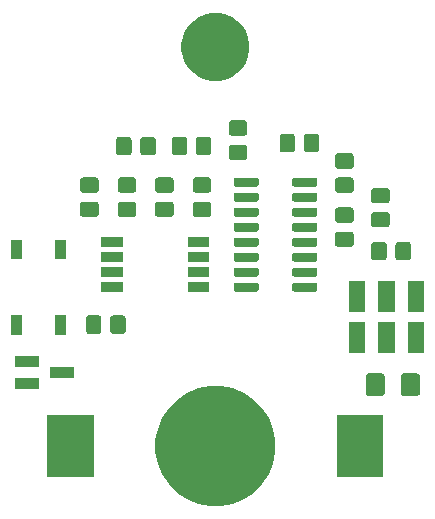
<source format=gbs>
G04 #@! TF.GenerationSoftware,KiCad,Pcbnew,(5.1.4)-1*
G04 #@! TF.CreationDate,2019-10-31T11:45:24-07:00*
G04 #@! TF.ProjectId,ruddblink,72756464-626c-4696-9e6b-2e6b69636164,A*
G04 #@! TF.SameCoordinates,Original*
G04 #@! TF.FileFunction,Soldermask,Bot*
G04 #@! TF.FilePolarity,Negative*
%FSLAX46Y46*%
G04 Gerber Fmt 4.6, Leading zero omitted, Abs format (unit mm)*
G04 Created by KiCad (PCBNEW (5.1.4)-1) date 2019-10-31 11:45:24*
%MOMM*%
%LPD*%
G04 APERTURE LIST*
%ADD10C,0.100000*%
G04 APERTURE END LIST*
D10*
G36*
X143720673Y-119070875D02*
G01*
X144644483Y-119453530D01*
X145475889Y-120009058D01*
X146182942Y-120716111D01*
X146738470Y-121547517D01*
X147121125Y-122471327D01*
X147316200Y-123452038D01*
X147316200Y-124451962D01*
X147121125Y-125432673D01*
X146738470Y-126356483D01*
X146182942Y-127187889D01*
X145475889Y-127894942D01*
X144644483Y-128450470D01*
X143720673Y-128833125D01*
X142739962Y-129028200D01*
X141740038Y-129028200D01*
X140759327Y-128833125D01*
X139835517Y-128450470D01*
X139004111Y-127894942D01*
X138297058Y-127187889D01*
X137741530Y-126356483D01*
X137358875Y-125432673D01*
X137163800Y-124451962D01*
X137163800Y-123452038D01*
X137358875Y-122471327D01*
X137741530Y-121547517D01*
X138297058Y-120716111D01*
X139004111Y-120009058D01*
X139835517Y-119453530D01*
X140759327Y-119070875D01*
X141740038Y-118875800D01*
X142739962Y-118875800D01*
X143720673Y-119070875D01*
X143720673Y-119070875D01*
G37*
G36*
X156464000Y-126568200D02*
G01*
X152501600Y-126568200D01*
X152501600Y-121335800D01*
X156464000Y-121335800D01*
X156464000Y-126568200D01*
X156464000Y-126568200D01*
G37*
G36*
X131978400Y-126568200D02*
G01*
X128016000Y-126568200D01*
X128016000Y-121335800D01*
X131978400Y-121335800D01*
X131978400Y-126568200D01*
X131978400Y-126568200D01*
G37*
G36*
X156367442Y-117798724D02*
G01*
X156413129Y-117812583D01*
X156455227Y-117835085D01*
X156492130Y-117865370D01*
X156522415Y-117902273D01*
X156544917Y-117944371D01*
X156558776Y-117990058D01*
X156563700Y-118040054D01*
X156563700Y-119449946D01*
X156558776Y-119499942D01*
X156544917Y-119545629D01*
X156522415Y-119587727D01*
X156492130Y-119624630D01*
X156455227Y-119654915D01*
X156413129Y-119677417D01*
X156367442Y-119691276D01*
X156317446Y-119696200D01*
X155232554Y-119696200D01*
X155182558Y-119691276D01*
X155136871Y-119677417D01*
X155094773Y-119654915D01*
X155057870Y-119624630D01*
X155027585Y-119587727D01*
X155005083Y-119545629D01*
X154991224Y-119499942D01*
X154986300Y-119449946D01*
X154986300Y-118040054D01*
X154991224Y-117990058D01*
X155005083Y-117944371D01*
X155027585Y-117902273D01*
X155057870Y-117865370D01*
X155094773Y-117835085D01*
X155136871Y-117812583D01*
X155182558Y-117798724D01*
X155232554Y-117793800D01*
X156317446Y-117793800D01*
X156367442Y-117798724D01*
X156367442Y-117798724D01*
G37*
G36*
X159342442Y-117798724D02*
G01*
X159388129Y-117812583D01*
X159430227Y-117835085D01*
X159467130Y-117865370D01*
X159497415Y-117902273D01*
X159519917Y-117944371D01*
X159533776Y-117990058D01*
X159538700Y-118040054D01*
X159538700Y-119449946D01*
X159533776Y-119499942D01*
X159519917Y-119545629D01*
X159497415Y-119587727D01*
X159467130Y-119624630D01*
X159430227Y-119654915D01*
X159388129Y-119677417D01*
X159342442Y-119691276D01*
X159292446Y-119696200D01*
X158207554Y-119696200D01*
X158157558Y-119691276D01*
X158111871Y-119677417D01*
X158069773Y-119654915D01*
X158032870Y-119624630D01*
X158002585Y-119587727D01*
X157980083Y-119545629D01*
X157966224Y-119499942D01*
X157961300Y-119449946D01*
X157961300Y-118040054D01*
X157966224Y-117990058D01*
X157980083Y-117944371D01*
X158002585Y-117902273D01*
X158032870Y-117865370D01*
X158069773Y-117835085D01*
X158111871Y-117812583D01*
X158157558Y-117798724D01*
X158207554Y-117793800D01*
X159292446Y-117793800D01*
X159342442Y-117798724D01*
X159342442Y-117798724D01*
G37*
G36*
X127288200Y-119155200D02*
G01*
X125235800Y-119155200D01*
X125235800Y-118202800D01*
X127288200Y-118202800D01*
X127288200Y-119155200D01*
X127288200Y-119155200D01*
G37*
G36*
X130288200Y-118205200D02*
G01*
X128235800Y-118205200D01*
X128235800Y-117252800D01*
X130288200Y-117252800D01*
X130288200Y-118205200D01*
X130288200Y-118205200D01*
G37*
G36*
X127288200Y-117255200D02*
G01*
X125235800Y-117255200D01*
X125235800Y-116302800D01*
X127288200Y-116302800D01*
X127288200Y-117255200D01*
X127288200Y-117255200D01*
G37*
G36*
X154919200Y-116106200D02*
G01*
X153516800Y-116106200D01*
X153516800Y-113453800D01*
X154919200Y-113453800D01*
X154919200Y-116106200D01*
X154919200Y-116106200D01*
G37*
G36*
X159919200Y-116106200D02*
G01*
X158516800Y-116106200D01*
X158516800Y-113453800D01*
X159919200Y-113453800D01*
X159919200Y-116106200D01*
X159919200Y-116106200D01*
G37*
G36*
X157419200Y-116106200D02*
G01*
X156016800Y-116106200D01*
X156016800Y-113453800D01*
X157419200Y-113453800D01*
X157419200Y-116106200D01*
X157419200Y-116106200D01*
G37*
G36*
X125880200Y-114516200D02*
G01*
X124927800Y-114516200D01*
X124927800Y-112863800D01*
X125880200Y-112863800D01*
X125880200Y-114516200D01*
X125880200Y-114516200D01*
G37*
G36*
X129580200Y-114516200D02*
G01*
X128627800Y-114516200D01*
X128627800Y-112863800D01*
X129580200Y-112863800D01*
X129580200Y-114516200D01*
X129580200Y-114516200D01*
G37*
G36*
X134431366Y-112893929D02*
G01*
X134479052Y-112908394D01*
X134522992Y-112931881D01*
X134561509Y-112963491D01*
X134593119Y-113002008D01*
X134616606Y-113045948D01*
X134631071Y-113093634D01*
X134636200Y-113145709D01*
X134636200Y-114184291D01*
X134631071Y-114236366D01*
X134616606Y-114284052D01*
X134593119Y-114327992D01*
X134561509Y-114366509D01*
X134522992Y-114398119D01*
X134479052Y-114421606D01*
X134431366Y-114436071D01*
X134379291Y-114441200D01*
X133590709Y-114441200D01*
X133538634Y-114436071D01*
X133490948Y-114421606D01*
X133447008Y-114398119D01*
X133408491Y-114366509D01*
X133376881Y-114327992D01*
X133353394Y-114284052D01*
X133338929Y-114236366D01*
X133333800Y-114184291D01*
X133333800Y-113145709D01*
X133338929Y-113093634D01*
X133353394Y-113045948D01*
X133376881Y-113002008D01*
X133408491Y-112963491D01*
X133447008Y-112931881D01*
X133490948Y-112908394D01*
X133538634Y-112893929D01*
X133590709Y-112888800D01*
X134379291Y-112888800D01*
X134431366Y-112893929D01*
X134431366Y-112893929D01*
G37*
G36*
X132381366Y-112893929D02*
G01*
X132429052Y-112908394D01*
X132472992Y-112931881D01*
X132511509Y-112963491D01*
X132543119Y-113002008D01*
X132566606Y-113045948D01*
X132581071Y-113093634D01*
X132586200Y-113145709D01*
X132586200Y-114184291D01*
X132581071Y-114236366D01*
X132566606Y-114284052D01*
X132543119Y-114327992D01*
X132511509Y-114366509D01*
X132472992Y-114398119D01*
X132429052Y-114421606D01*
X132381366Y-114436071D01*
X132329291Y-114441200D01*
X131540709Y-114441200D01*
X131488634Y-114436071D01*
X131440948Y-114421606D01*
X131397008Y-114398119D01*
X131358491Y-114366509D01*
X131326881Y-114327992D01*
X131303394Y-114284052D01*
X131288929Y-114236366D01*
X131283800Y-114184291D01*
X131283800Y-113145709D01*
X131288929Y-113093634D01*
X131303394Y-113045948D01*
X131326881Y-113002008D01*
X131358491Y-112963491D01*
X131397008Y-112931881D01*
X131440948Y-112908394D01*
X131488634Y-112893929D01*
X131540709Y-112888800D01*
X132329291Y-112888800D01*
X132381366Y-112893929D01*
X132381366Y-112893929D01*
G37*
G36*
X154919200Y-112606200D02*
G01*
X153516800Y-112606200D01*
X153516800Y-109953800D01*
X154919200Y-109953800D01*
X154919200Y-112606200D01*
X154919200Y-112606200D01*
G37*
G36*
X157419200Y-112606200D02*
G01*
X156016800Y-112606200D01*
X156016800Y-109953800D01*
X157419200Y-109953800D01*
X157419200Y-112606200D01*
X157419200Y-112606200D01*
G37*
G36*
X159919200Y-112606200D02*
G01*
X158516800Y-112606200D01*
X158516800Y-109953800D01*
X159919200Y-109953800D01*
X159919200Y-112606200D01*
X159919200Y-112606200D01*
G37*
G36*
X134436200Y-110891200D02*
G01*
X132583800Y-110891200D01*
X132583800Y-110088800D01*
X134436200Y-110088800D01*
X134436200Y-110891200D01*
X134436200Y-110891200D01*
G37*
G36*
X141736200Y-110891200D02*
G01*
X139883800Y-110891200D01*
X139883800Y-110088800D01*
X141736200Y-110088800D01*
X141736200Y-110891200D01*
X141736200Y-110891200D01*
G37*
G36*
X145765193Y-110117167D02*
G01*
X145795667Y-110126411D01*
X145823758Y-110141426D01*
X145848373Y-110161627D01*
X145868574Y-110186242D01*
X145883589Y-110214333D01*
X145892833Y-110244807D01*
X145896200Y-110278991D01*
X145896200Y-110701009D01*
X145892833Y-110735193D01*
X145883589Y-110765667D01*
X145868574Y-110793758D01*
X145848373Y-110818373D01*
X145823758Y-110838574D01*
X145795667Y-110853589D01*
X145765193Y-110862833D01*
X145731009Y-110866200D01*
X143958991Y-110866200D01*
X143924807Y-110862833D01*
X143894333Y-110853589D01*
X143866242Y-110838574D01*
X143841627Y-110818373D01*
X143821426Y-110793758D01*
X143806411Y-110765667D01*
X143797167Y-110735193D01*
X143793800Y-110701009D01*
X143793800Y-110278991D01*
X143797167Y-110244807D01*
X143806411Y-110214333D01*
X143821426Y-110186242D01*
X143841627Y-110161627D01*
X143866242Y-110141426D01*
X143894333Y-110126411D01*
X143924807Y-110117167D01*
X143958991Y-110113800D01*
X145731009Y-110113800D01*
X145765193Y-110117167D01*
X145765193Y-110117167D01*
G37*
G36*
X150715193Y-110117167D02*
G01*
X150745667Y-110126411D01*
X150773758Y-110141426D01*
X150798373Y-110161627D01*
X150818574Y-110186242D01*
X150833589Y-110214333D01*
X150842833Y-110244807D01*
X150846200Y-110278991D01*
X150846200Y-110701009D01*
X150842833Y-110735193D01*
X150833589Y-110765667D01*
X150818574Y-110793758D01*
X150798373Y-110818373D01*
X150773758Y-110838574D01*
X150745667Y-110853589D01*
X150715193Y-110862833D01*
X150681009Y-110866200D01*
X148908991Y-110866200D01*
X148874807Y-110862833D01*
X148844333Y-110853589D01*
X148816242Y-110838574D01*
X148791627Y-110818373D01*
X148771426Y-110793758D01*
X148756411Y-110765667D01*
X148747167Y-110735193D01*
X148743800Y-110701009D01*
X148743800Y-110278991D01*
X148747167Y-110244807D01*
X148756411Y-110214333D01*
X148771426Y-110186242D01*
X148791627Y-110161627D01*
X148816242Y-110141426D01*
X148844333Y-110126411D01*
X148874807Y-110117167D01*
X148908991Y-110113800D01*
X150681009Y-110113800D01*
X150715193Y-110117167D01*
X150715193Y-110117167D01*
G37*
G36*
X134436200Y-109621200D02*
G01*
X132583800Y-109621200D01*
X132583800Y-108818800D01*
X134436200Y-108818800D01*
X134436200Y-109621200D01*
X134436200Y-109621200D01*
G37*
G36*
X141736200Y-109621200D02*
G01*
X139883800Y-109621200D01*
X139883800Y-108818800D01*
X141736200Y-108818800D01*
X141736200Y-109621200D01*
X141736200Y-109621200D01*
G37*
G36*
X150715193Y-108847167D02*
G01*
X150745667Y-108856411D01*
X150773758Y-108871426D01*
X150798373Y-108891627D01*
X150818574Y-108916242D01*
X150833589Y-108944333D01*
X150842833Y-108974807D01*
X150846200Y-109008991D01*
X150846200Y-109431009D01*
X150842833Y-109465193D01*
X150833589Y-109495667D01*
X150818574Y-109523758D01*
X150798373Y-109548373D01*
X150773758Y-109568574D01*
X150745667Y-109583589D01*
X150715193Y-109592833D01*
X150681009Y-109596200D01*
X148908991Y-109596200D01*
X148874807Y-109592833D01*
X148844333Y-109583589D01*
X148816242Y-109568574D01*
X148791627Y-109548373D01*
X148771426Y-109523758D01*
X148756411Y-109495667D01*
X148747167Y-109465193D01*
X148743800Y-109431009D01*
X148743800Y-109008991D01*
X148747167Y-108974807D01*
X148756411Y-108944333D01*
X148771426Y-108916242D01*
X148791627Y-108891627D01*
X148816242Y-108871426D01*
X148844333Y-108856411D01*
X148874807Y-108847167D01*
X148908991Y-108843800D01*
X150681009Y-108843800D01*
X150715193Y-108847167D01*
X150715193Y-108847167D01*
G37*
G36*
X145765193Y-108847167D02*
G01*
X145795667Y-108856411D01*
X145823758Y-108871426D01*
X145848373Y-108891627D01*
X145868574Y-108916242D01*
X145883589Y-108944333D01*
X145892833Y-108974807D01*
X145896200Y-109008991D01*
X145896200Y-109431009D01*
X145892833Y-109465193D01*
X145883589Y-109495667D01*
X145868574Y-109523758D01*
X145848373Y-109548373D01*
X145823758Y-109568574D01*
X145795667Y-109583589D01*
X145765193Y-109592833D01*
X145731009Y-109596200D01*
X143958991Y-109596200D01*
X143924807Y-109592833D01*
X143894333Y-109583589D01*
X143866242Y-109568574D01*
X143841627Y-109548373D01*
X143821426Y-109523758D01*
X143806411Y-109495667D01*
X143797167Y-109465193D01*
X143793800Y-109431009D01*
X143793800Y-109008991D01*
X143797167Y-108974807D01*
X143806411Y-108944333D01*
X143821426Y-108916242D01*
X143841627Y-108891627D01*
X143866242Y-108871426D01*
X143894333Y-108856411D01*
X143924807Y-108847167D01*
X143958991Y-108843800D01*
X145731009Y-108843800D01*
X145765193Y-108847167D01*
X145765193Y-108847167D01*
G37*
G36*
X134436200Y-108351200D02*
G01*
X132583800Y-108351200D01*
X132583800Y-107548800D01*
X134436200Y-107548800D01*
X134436200Y-108351200D01*
X134436200Y-108351200D01*
G37*
G36*
X141736200Y-108351200D02*
G01*
X139883800Y-108351200D01*
X139883800Y-107548800D01*
X141736200Y-107548800D01*
X141736200Y-108351200D01*
X141736200Y-108351200D01*
G37*
G36*
X150715193Y-107577167D02*
G01*
X150745667Y-107586411D01*
X150773758Y-107601426D01*
X150798373Y-107621627D01*
X150818574Y-107646242D01*
X150833589Y-107674333D01*
X150842833Y-107704807D01*
X150846200Y-107738991D01*
X150846200Y-108161009D01*
X150842833Y-108195193D01*
X150833589Y-108225667D01*
X150818574Y-108253758D01*
X150798373Y-108278373D01*
X150773758Y-108298574D01*
X150745667Y-108313589D01*
X150715193Y-108322833D01*
X150681009Y-108326200D01*
X148908991Y-108326200D01*
X148874807Y-108322833D01*
X148844333Y-108313589D01*
X148816242Y-108298574D01*
X148791627Y-108278373D01*
X148771426Y-108253758D01*
X148756411Y-108225667D01*
X148747167Y-108195193D01*
X148743800Y-108161009D01*
X148743800Y-107738991D01*
X148747167Y-107704807D01*
X148756411Y-107674333D01*
X148771426Y-107646242D01*
X148791627Y-107621627D01*
X148816242Y-107601426D01*
X148844333Y-107586411D01*
X148874807Y-107577167D01*
X148908991Y-107573800D01*
X150681009Y-107573800D01*
X150715193Y-107577167D01*
X150715193Y-107577167D01*
G37*
G36*
X145765193Y-107577167D02*
G01*
X145795667Y-107586411D01*
X145823758Y-107601426D01*
X145848373Y-107621627D01*
X145868574Y-107646242D01*
X145883589Y-107674333D01*
X145892833Y-107704807D01*
X145896200Y-107738991D01*
X145896200Y-108161009D01*
X145892833Y-108195193D01*
X145883589Y-108225667D01*
X145868574Y-108253758D01*
X145848373Y-108278373D01*
X145823758Y-108298574D01*
X145795667Y-108313589D01*
X145765193Y-108322833D01*
X145731009Y-108326200D01*
X143958991Y-108326200D01*
X143924807Y-108322833D01*
X143894333Y-108313589D01*
X143866242Y-108298574D01*
X143841627Y-108278373D01*
X143821426Y-108253758D01*
X143806411Y-108225667D01*
X143797167Y-108195193D01*
X143793800Y-108161009D01*
X143793800Y-107738991D01*
X143797167Y-107704807D01*
X143806411Y-107674333D01*
X143821426Y-107646242D01*
X143841627Y-107621627D01*
X143866242Y-107601426D01*
X143894333Y-107586411D01*
X143924807Y-107577167D01*
X143958991Y-107573800D01*
X145731009Y-107573800D01*
X145765193Y-107577167D01*
X145765193Y-107577167D01*
G37*
G36*
X156529366Y-106670929D02*
G01*
X156577052Y-106685394D01*
X156620992Y-106708881D01*
X156659509Y-106740491D01*
X156691119Y-106779008D01*
X156714606Y-106822948D01*
X156729071Y-106870634D01*
X156734200Y-106922709D01*
X156734200Y-107961291D01*
X156729071Y-108013366D01*
X156714606Y-108061052D01*
X156691119Y-108104992D01*
X156659509Y-108143509D01*
X156620992Y-108175119D01*
X156577052Y-108198606D01*
X156529366Y-108213071D01*
X156477291Y-108218200D01*
X155688709Y-108218200D01*
X155636634Y-108213071D01*
X155588948Y-108198606D01*
X155545008Y-108175119D01*
X155506491Y-108143509D01*
X155474881Y-108104992D01*
X155451394Y-108061052D01*
X155436929Y-108013366D01*
X155431800Y-107961291D01*
X155431800Y-106922709D01*
X155436929Y-106870634D01*
X155451394Y-106822948D01*
X155474881Y-106779008D01*
X155506491Y-106740491D01*
X155545008Y-106708881D01*
X155588948Y-106685394D01*
X155636634Y-106670929D01*
X155688709Y-106665800D01*
X156477291Y-106665800D01*
X156529366Y-106670929D01*
X156529366Y-106670929D01*
G37*
G36*
X158579366Y-106670929D02*
G01*
X158627052Y-106685394D01*
X158670992Y-106708881D01*
X158709509Y-106740491D01*
X158741119Y-106779008D01*
X158764606Y-106822948D01*
X158779071Y-106870634D01*
X158784200Y-106922709D01*
X158784200Y-107961291D01*
X158779071Y-108013366D01*
X158764606Y-108061052D01*
X158741119Y-108104992D01*
X158709509Y-108143509D01*
X158670992Y-108175119D01*
X158627052Y-108198606D01*
X158579366Y-108213071D01*
X158527291Y-108218200D01*
X157738709Y-108218200D01*
X157686634Y-108213071D01*
X157638948Y-108198606D01*
X157595008Y-108175119D01*
X157556491Y-108143509D01*
X157524881Y-108104992D01*
X157501394Y-108061052D01*
X157486929Y-108013366D01*
X157481800Y-107961291D01*
X157481800Y-106922709D01*
X157486929Y-106870634D01*
X157501394Y-106822948D01*
X157524881Y-106779008D01*
X157556491Y-106740491D01*
X157595008Y-106708881D01*
X157638948Y-106685394D01*
X157686634Y-106670929D01*
X157738709Y-106665800D01*
X158527291Y-106665800D01*
X158579366Y-106670929D01*
X158579366Y-106670929D01*
G37*
G36*
X129580200Y-108116200D02*
G01*
X128627800Y-108116200D01*
X128627800Y-106463800D01*
X129580200Y-106463800D01*
X129580200Y-108116200D01*
X129580200Y-108116200D01*
G37*
G36*
X125880200Y-108116200D02*
G01*
X124927800Y-108116200D01*
X124927800Y-106463800D01*
X125880200Y-106463800D01*
X125880200Y-108116200D01*
X125880200Y-108116200D01*
G37*
G36*
X153733366Y-105797929D02*
G01*
X153781052Y-105812394D01*
X153824992Y-105835881D01*
X153863509Y-105867491D01*
X153895119Y-105906008D01*
X153918606Y-105949948D01*
X153933071Y-105997634D01*
X153938200Y-106049709D01*
X153938200Y-106838291D01*
X153933071Y-106890366D01*
X153918606Y-106938052D01*
X153895119Y-106981992D01*
X153863509Y-107020509D01*
X153824992Y-107052119D01*
X153781052Y-107075606D01*
X153733366Y-107090071D01*
X153681291Y-107095200D01*
X152642709Y-107095200D01*
X152590634Y-107090071D01*
X152542948Y-107075606D01*
X152499008Y-107052119D01*
X152460491Y-107020509D01*
X152428881Y-106981992D01*
X152405394Y-106938052D01*
X152390929Y-106890366D01*
X152385800Y-106838291D01*
X152385800Y-106049709D01*
X152390929Y-105997634D01*
X152405394Y-105949948D01*
X152428881Y-105906008D01*
X152460491Y-105867491D01*
X152499008Y-105835881D01*
X152542948Y-105812394D01*
X152590634Y-105797929D01*
X152642709Y-105792800D01*
X153681291Y-105792800D01*
X153733366Y-105797929D01*
X153733366Y-105797929D01*
G37*
G36*
X141736200Y-107081200D02*
G01*
X139883800Y-107081200D01*
X139883800Y-106278800D01*
X141736200Y-106278800D01*
X141736200Y-107081200D01*
X141736200Y-107081200D01*
G37*
G36*
X134436200Y-107081200D02*
G01*
X132583800Y-107081200D01*
X132583800Y-106278800D01*
X134436200Y-106278800D01*
X134436200Y-107081200D01*
X134436200Y-107081200D01*
G37*
G36*
X150715193Y-106307167D02*
G01*
X150745667Y-106316411D01*
X150773758Y-106331426D01*
X150798373Y-106351627D01*
X150818574Y-106376242D01*
X150833589Y-106404333D01*
X150842833Y-106434807D01*
X150846200Y-106468991D01*
X150846200Y-106891009D01*
X150842833Y-106925193D01*
X150833589Y-106955667D01*
X150818574Y-106983758D01*
X150798373Y-107008373D01*
X150773758Y-107028574D01*
X150745667Y-107043589D01*
X150715193Y-107052833D01*
X150681009Y-107056200D01*
X148908991Y-107056200D01*
X148874807Y-107052833D01*
X148844333Y-107043589D01*
X148816242Y-107028574D01*
X148791627Y-107008373D01*
X148771426Y-106983758D01*
X148756411Y-106955667D01*
X148747167Y-106925193D01*
X148743800Y-106891009D01*
X148743800Y-106468991D01*
X148747167Y-106434807D01*
X148756411Y-106404333D01*
X148771426Y-106376242D01*
X148791627Y-106351627D01*
X148816242Y-106331426D01*
X148844333Y-106316411D01*
X148874807Y-106307167D01*
X148908991Y-106303800D01*
X150681009Y-106303800D01*
X150715193Y-106307167D01*
X150715193Y-106307167D01*
G37*
G36*
X145765193Y-106307167D02*
G01*
X145795667Y-106316411D01*
X145823758Y-106331426D01*
X145848373Y-106351627D01*
X145868574Y-106376242D01*
X145883589Y-106404333D01*
X145892833Y-106434807D01*
X145896200Y-106468991D01*
X145896200Y-106891009D01*
X145892833Y-106925193D01*
X145883589Y-106955667D01*
X145868574Y-106983758D01*
X145848373Y-107008373D01*
X145823758Y-107028574D01*
X145795667Y-107043589D01*
X145765193Y-107052833D01*
X145731009Y-107056200D01*
X143958991Y-107056200D01*
X143924807Y-107052833D01*
X143894333Y-107043589D01*
X143866242Y-107028574D01*
X143841627Y-107008373D01*
X143821426Y-106983758D01*
X143806411Y-106955667D01*
X143797167Y-106925193D01*
X143793800Y-106891009D01*
X143793800Y-106468991D01*
X143797167Y-106434807D01*
X143806411Y-106404333D01*
X143821426Y-106376242D01*
X143841627Y-106351627D01*
X143866242Y-106331426D01*
X143894333Y-106316411D01*
X143924807Y-106307167D01*
X143958991Y-106303800D01*
X145731009Y-106303800D01*
X145765193Y-106307167D01*
X145765193Y-106307167D01*
G37*
G36*
X145765193Y-105037167D02*
G01*
X145795667Y-105046411D01*
X145823758Y-105061426D01*
X145848373Y-105081627D01*
X145868574Y-105106242D01*
X145883589Y-105134333D01*
X145892833Y-105164807D01*
X145896200Y-105198991D01*
X145896200Y-105621009D01*
X145892833Y-105655193D01*
X145883589Y-105685667D01*
X145868574Y-105713758D01*
X145848373Y-105738373D01*
X145823758Y-105758574D01*
X145795667Y-105773589D01*
X145765193Y-105782833D01*
X145731009Y-105786200D01*
X143958991Y-105786200D01*
X143924807Y-105782833D01*
X143894333Y-105773589D01*
X143866242Y-105758574D01*
X143841627Y-105738373D01*
X143821426Y-105713758D01*
X143806411Y-105685667D01*
X143797167Y-105655193D01*
X143793800Y-105621009D01*
X143793800Y-105198991D01*
X143797167Y-105164807D01*
X143806411Y-105134333D01*
X143821426Y-105106242D01*
X143841627Y-105081627D01*
X143866242Y-105061426D01*
X143894333Y-105046411D01*
X143924807Y-105037167D01*
X143958991Y-105033800D01*
X145731009Y-105033800D01*
X145765193Y-105037167D01*
X145765193Y-105037167D01*
G37*
G36*
X150715193Y-105037167D02*
G01*
X150745667Y-105046411D01*
X150773758Y-105061426D01*
X150798373Y-105081627D01*
X150818574Y-105106242D01*
X150833589Y-105134333D01*
X150842833Y-105164807D01*
X150846200Y-105198991D01*
X150846200Y-105621009D01*
X150842833Y-105655193D01*
X150833589Y-105685667D01*
X150818574Y-105713758D01*
X150798373Y-105738373D01*
X150773758Y-105758574D01*
X150745667Y-105773589D01*
X150715193Y-105782833D01*
X150681009Y-105786200D01*
X148908991Y-105786200D01*
X148874807Y-105782833D01*
X148844333Y-105773589D01*
X148816242Y-105758574D01*
X148791627Y-105738373D01*
X148771426Y-105713758D01*
X148756411Y-105685667D01*
X148747167Y-105655193D01*
X148743800Y-105621009D01*
X148743800Y-105198991D01*
X148747167Y-105164807D01*
X148756411Y-105134333D01*
X148771426Y-105106242D01*
X148791627Y-105081627D01*
X148816242Y-105061426D01*
X148844333Y-105046411D01*
X148874807Y-105037167D01*
X148908991Y-105033800D01*
X150681009Y-105033800D01*
X150715193Y-105037167D01*
X150715193Y-105037167D01*
G37*
G36*
X156781366Y-104128929D02*
G01*
X156829052Y-104143394D01*
X156872992Y-104166881D01*
X156911509Y-104198491D01*
X156943119Y-104237008D01*
X156966606Y-104280948D01*
X156981071Y-104328634D01*
X156986200Y-104380709D01*
X156986200Y-105169291D01*
X156981071Y-105221366D01*
X156966606Y-105269052D01*
X156943119Y-105312992D01*
X156911509Y-105351509D01*
X156872992Y-105383119D01*
X156829052Y-105406606D01*
X156781366Y-105421071D01*
X156729291Y-105426200D01*
X155690709Y-105426200D01*
X155638634Y-105421071D01*
X155590948Y-105406606D01*
X155547008Y-105383119D01*
X155508491Y-105351509D01*
X155476881Y-105312992D01*
X155453394Y-105269052D01*
X155438929Y-105221366D01*
X155433800Y-105169291D01*
X155433800Y-104380709D01*
X155438929Y-104328634D01*
X155453394Y-104280948D01*
X155476881Y-104237008D01*
X155508491Y-104198491D01*
X155547008Y-104166881D01*
X155590948Y-104143394D01*
X155638634Y-104128929D01*
X155690709Y-104123800D01*
X156729291Y-104123800D01*
X156781366Y-104128929D01*
X156781366Y-104128929D01*
G37*
G36*
X153733366Y-103747929D02*
G01*
X153781052Y-103762394D01*
X153824992Y-103785881D01*
X153863509Y-103817491D01*
X153895119Y-103856008D01*
X153918606Y-103899948D01*
X153933071Y-103947634D01*
X153938200Y-103999709D01*
X153938200Y-104788291D01*
X153933071Y-104840366D01*
X153918606Y-104888052D01*
X153895119Y-104931992D01*
X153863509Y-104970509D01*
X153824992Y-105002119D01*
X153781052Y-105025606D01*
X153733366Y-105040071D01*
X153681291Y-105045200D01*
X152642709Y-105045200D01*
X152590634Y-105040071D01*
X152542948Y-105025606D01*
X152499008Y-105002119D01*
X152460491Y-104970509D01*
X152428881Y-104931992D01*
X152405394Y-104888052D01*
X152390929Y-104840366D01*
X152385800Y-104788291D01*
X152385800Y-103999709D01*
X152390929Y-103947634D01*
X152405394Y-103899948D01*
X152428881Y-103856008D01*
X152460491Y-103817491D01*
X152499008Y-103785881D01*
X152542948Y-103762394D01*
X152590634Y-103747929D01*
X152642709Y-103742800D01*
X153681291Y-103742800D01*
X153733366Y-103747929D01*
X153733366Y-103747929D01*
G37*
G36*
X135318366Y-103248929D02*
G01*
X135366052Y-103263394D01*
X135409992Y-103286881D01*
X135448509Y-103318491D01*
X135480119Y-103357008D01*
X135503606Y-103400948D01*
X135518071Y-103448634D01*
X135523200Y-103500709D01*
X135523200Y-104289291D01*
X135518071Y-104341366D01*
X135503606Y-104389052D01*
X135480119Y-104432992D01*
X135448509Y-104471509D01*
X135409992Y-104503119D01*
X135366052Y-104526606D01*
X135318366Y-104541071D01*
X135266291Y-104546200D01*
X134227709Y-104546200D01*
X134175634Y-104541071D01*
X134127948Y-104526606D01*
X134084008Y-104503119D01*
X134045491Y-104471509D01*
X134013881Y-104432992D01*
X133990394Y-104389052D01*
X133975929Y-104341366D01*
X133970800Y-104289291D01*
X133970800Y-103500709D01*
X133975929Y-103448634D01*
X133990394Y-103400948D01*
X134013881Y-103357008D01*
X134045491Y-103318491D01*
X134084008Y-103286881D01*
X134127948Y-103263394D01*
X134175634Y-103248929D01*
X134227709Y-103243800D01*
X135266291Y-103243800D01*
X135318366Y-103248929D01*
X135318366Y-103248929D01*
G37*
G36*
X132143366Y-103248929D02*
G01*
X132191052Y-103263394D01*
X132234992Y-103286881D01*
X132273509Y-103318491D01*
X132305119Y-103357008D01*
X132328606Y-103400948D01*
X132343071Y-103448634D01*
X132348200Y-103500709D01*
X132348200Y-104289291D01*
X132343071Y-104341366D01*
X132328606Y-104389052D01*
X132305119Y-104432992D01*
X132273509Y-104471509D01*
X132234992Y-104503119D01*
X132191052Y-104526606D01*
X132143366Y-104541071D01*
X132091291Y-104546200D01*
X131052709Y-104546200D01*
X131000634Y-104541071D01*
X130952948Y-104526606D01*
X130909008Y-104503119D01*
X130870491Y-104471509D01*
X130838881Y-104432992D01*
X130815394Y-104389052D01*
X130800929Y-104341366D01*
X130795800Y-104289291D01*
X130795800Y-103500709D01*
X130800929Y-103448634D01*
X130815394Y-103400948D01*
X130838881Y-103357008D01*
X130870491Y-103318491D01*
X130909008Y-103286881D01*
X130952948Y-103263394D01*
X131000634Y-103248929D01*
X131052709Y-103243800D01*
X132091291Y-103243800D01*
X132143366Y-103248929D01*
X132143366Y-103248929D01*
G37*
G36*
X138493366Y-103248929D02*
G01*
X138541052Y-103263394D01*
X138584992Y-103286881D01*
X138623509Y-103318491D01*
X138655119Y-103357008D01*
X138678606Y-103400948D01*
X138693071Y-103448634D01*
X138698200Y-103500709D01*
X138698200Y-104289291D01*
X138693071Y-104341366D01*
X138678606Y-104389052D01*
X138655119Y-104432992D01*
X138623509Y-104471509D01*
X138584992Y-104503119D01*
X138541052Y-104526606D01*
X138493366Y-104541071D01*
X138441291Y-104546200D01*
X137402709Y-104546200D01*
X137350634Y-104541071D01*
X137302948Y-104526606D01*
X137259008Y-104503119D01*
X137220491Y-104471509D01*
X137188881Y-104432992D01*
X137165394Y-104389052D01*
X137150929Y-104341366D01*
X137145800Y-104289291D01*
X137145800Y-103500709D01*
X137150929Y-103448634D01*
X137165394Y-103400948D01*
X137188881Y-103357008D01*
X137220491Y-103318491D01*
X137259008Y-103286881D01*
X137302948Y-103263394D01*
X137350634Y-103248929D01*
X137402709Y-103243800D01*
X138441291Y-103243800D01*
X138493366Y-103248929D01*
X138493366Y-103248929D01*
G37*
G36*
X141668366Y-103248929D02*
G01*
X141716052Y-103263394D01*
X141759992Y-103286881D01*
X141798509Y-103318491D01*
X141830119Y-103357008D01*
X141853606Y-103400948D01*
X141868071Y-103448634D01*
X141873200Y-103500709D01*
X141873200Y-104289291D01*
X141868071Y-104341366D01*
X141853606Y-104389052D01*
X141830119Y-104432992D01*
X141798509Y-104471509D01*
X141759992Y-104503119D01*
X141716052Y-104526606D01*
X141668366Y-104541071D01*
X141616291Y-104546200D01*
X140577709Y-104546200D01*
X140525634Y-104541071D01*
X140477948Y-104526606D01*
X140434008Y-104503119D01*
X140395491Y-104471509D01*
X140363881Y-104432992D01*
X140340394Y-104389052D01*
X140325929Y-104341366D01*
X140320800Y-104289291D01*
X140320800Y-103500709D01*
X140325929Y-103448634D01*
X140340394Y-103400948D01*
X140363881Y-103357008D01*
X140395491Y-103318491D01*
X140434008Y-103286881D01*
X140477948Y-103263394D01*
X140525634Y-103248929D01*
X140577709Y-103243800D01*
X141616291Y-103243800D01*
X141668366Y-103248929D01*
X141668366Y-103248929D01*
G37*
G36*
X145765193Y-103767167D02*
G01*
X145795667Y-103776411D01*
X145823758Y-103791426D01*
X145848373Y-103811627D01*
X145868574Y-103836242D01*
X145883589Y-103864333D01*
X145892833Y-103894807D01*
X145896200Y-103928991D01*
X145896200Y-104351009D01*
X145892833Y-104385193D01*
X145883589Y-104415667D01*
X145868574Y-104443758D01*
X145848373Y-104468373D01*
X145823758Y-104488574D01*
X145795667Y-104503589D01*
X145765193Y-104512833D01*
X145731009Y-104516200D01*
X143958991Y-104516200D01*
X143924807Y-104512833D01*
X143894333Y-104503589D01*
X143866242Y-104488574D01*
X143841627Y-104468373D01*
X143821426Y-104443758D01*
X143806411Y-104415667D01*
X143797167Y-104385193D01*
X143793800Y-104351009D01*
X143793800Y-103928991D01*
X143797167Y-103894807D01*
X143806411Y-103864333D01*
X143821426Y-103836242D01*
X143841627Y-103811627D01*
X143866242Y-103791426D01*
X143894333Y-103776411D01*
X143924807Y-103767167D01*
X143958991Y-103763800D01*
X145731009Y-103763800D01*
X145765193Y-103767167D01*
X145765193Y-103767167D01*
G37*
G36*
X150715193Y-103767167D02*
G01*
X150745667Y-103776411D01*
X150773758Y-103791426D01*
X150798373Y-103811627D01*
X150818574Y-103836242D01*
X150833589Y-103864333D01*
X150842833Y-103894807D01*
X150846200Y-103928991D01*
X150846200Y-104351009D01*
X150842833Y-104385193D01*
X150833589Y-104415667D01*
X150818574Y-104443758D01*
X150798373Y-104468373D01*
X150773758Y-104488574D01*
X150745667Y-104503589D01*
X150715193Y-104512833D01*
X150681009Y-104516200D01*
X148908991Y-104516200D01*
X148874807Y-104512833D01*
X148844333Y-104503589D01*
X148816242Y-104488574D01*
X148791627Y-104468373D01*
X148771426Y-104443758D01*
X148756411Y-104415667D01*
X148747167Y-104385193D01*
X148743800Y-104351009D01*
X148743800Y-103928991D01*
X148747167Y-103894807D01*
X148756411Y-103864333D01*
X148771426Y-103836242D01*
X148791627Y-103811627D01*
X148816242Y-103791426D01*
X148844333Y-103776411D01*
X148874807Y-103767167D01*
X148908991Y-103763800D01*
X150681009Y-103763800D01*
X150715193Y-103767167D01*
X150715193Y-103767167D01*
G37*
G36*
X156781366Y-102078929D02*
G01*
X156829052Y-102093394D01*
X156872992Y-102116881D01*
X156911509Y-102148491D01*
X156943119Y-102187008D01*
X156966606Y-102230948D01*
X156981071Y-102278634D01*
X156986200Y-102330709D01*
X156986200Y-103119291D01*
X156981071Y-103171366D01*
X156966606Y-103219052D01*
X156943119Y-103262992D01*
X156911509Y-103301509D01*
X156872992Y-103333119D01*
X156829052Y-103356606D01*
X156781366Y-103371071D01*
X156729291Y-103376200D01*
X155690709Y-103376200D01*
X155638634Y-103371071D01*
X155590948Y-103356606D01*
X155547008Y-103333119D01*
X155508491Y-103301509D01*
X155476881Y-103262992D01*
X155453394Y-103219052D01*
X155438929Y-103171366D01*
X155433800Y-103119291D01*
X155433800Y-102330709D01*
X155438929Y-102278634D01*
X155453394Y-102230948D01*
X155476881Y-102187008D01*
X155508491Y-102148491D01*
X155547008Y-102116881D01*
X155590948Y-102093394D01*
X155638634Y-102078929D01*
X155690709Y-102073800D01*
X156729291Y-102073800D01*
X156781366Y-102078929D01*
X156781366Y-102078929D01*
G37*
G36*
X150715193Y-102497167D02*
G01*
X150745667Y-102506411D01*
X150773758Y-102521426D01*
X150798373Y-102541627D01*
X150818574Y-102566242D01*
X150833589Y-102594333D01*
X150842833Y-102624807D01*
X150846200Y-102658991D01*
X150846200Y-103081009D01*
X150842833Y-103115193D01*
X150833589Y-103145667D01*
X150818574Y-103173758D01*
X150798373Y-103198373D01*
X150773758Y-103218574D01*
X150745667Y-103233589D01*
X150715193Y-103242833D01*
X150681009Y-103246200D01*
X148908991Y-103246200D01*
X148874807Y-103242833D01*
X148844333Y-103233589D01*
X148816242Y-103218574D01*
X148791627Y-103198373D01*
X148771426Y-103173758D01*
X148756411Y-103145667D01*
X148747167Y-103115193D01*
X148743800Y-103081009D01*
X148743800Y-102658991D01*
X148747167Y-102624807D01*
X148756411Y-102594333D01*
X148771426Y-102566242D01*
X148791627Y-102541627D01*
X148816242Y-102521426D01*
X148844333Y-102506411D01*
X148874807Y-102497167D01*
X148908991Y-102493800D01*
X150681009Y-102493800D01*
X150715193Y-102497167D01*
X150715193Y-102497167D01*
G37*
G36*
X145765193Y-102497167D02*
G01*
X145795667Y-102506411D01*
X145823758Y-102521426D01*
X145848373Y-102541627D01*
X145868574Y-102566242D01*
X145883589Y-102594333D01*
X145892833Y-102624807D01*
X145896200Y-102658991D01*
X145896200Y-103081009D01*
X145892833Y-103115193D01*
X145883589Y-103145667D01*
X145868574Y-103173758D01*
X145848373Y-103198373D01*
X145823758Y-103218574D01*
X145795667Y-103233589D01*
X145765193Y-103242833D01*
X145731009Y-103246200D01*
X143958991Y-103246200D01*
X143924807Y-103242833D01*
X143894333Y-103233589D01*
X143866242Y-103218574D01*
X143841627Y-103198373D01*
X143821426Y-103173758D01*
X143806411Y-103145667D01*
X143797167Y-103115193D01*
X143793800Y-103081009D01*
X143793800Y-102658991D01*
X143797167Y-102624807D01*
X143806411Y-102594333D01*
X143821426Y-102566242D01*
X143841627Y-102541627D01*
X143866242Y-102521426D01*
X143894333Y-102506411D01*
X143924807Y-102497167D01*
X143958991Y-102493800D01*
X145731009Y-102493800D01*
X145765193Y-102497167D01*
X145765193Y-102497167D01*
G37*
G36*
X153733366Y-101207929D02*
G01*
X153781052Y-101222394D01*
X153824992Y-101245881D01*
X153863509Y-101277491D01*
X153895119Y-101316008D01*
X153918606Y-101359948D01*
X153933071Y-101407634D01*
X153938200Y-101459709D01*
X153938200Y-102248291D01*
X153933071Y-102300366D01*
X153918606Y-102348052D01*
X153895119Y-102391992D01*
X153863509Y-102430509D01*
X153824992Y-102462119D01*
X153781052Y-102485606D01*
X153733366Y-102500071D01*
X153681291Y-102505200D01*
X152642709Y-102505200D01*
X152590634Y-102500071D01*
X152542948Y-102485606D01*
X152499008Y-102462119D01*
X152460491Y-102430509D01*
X152428881Y-102391992D01*
X152405394Y-102348052D01*
X152390929Y-102300366D01*
X152385800Y-102248291D01*
X152385800Y-101459709D01*
X152390929Y-101407634D01*
X152405394Y-101359948D01*
X152428881Y-101316008D01*
X152460491Y-101277491D01*
X152499008Y-101245881D01*
X152542948Y-101222394D01*
X152590634Y-101207929D01*
X152642709Y-101202800D01*
X153681291Y-101202800D01*
X153733366Y-101207929D01*
X153733366Y-101207929D01*
G37*
G36*
X141668808Y-101198918D02*
G01*
X141716392Y-101213353D01*
X141760237Y-101236789D01*
X141798670Y-101268330D01*
X141830211Y-101306763D01*
X141853647Y-101350608D01*
X141868082Y-101398192D01*
X141873200Y-101450159D01*
X141873200Y-102239841D01*
X141868082Y-102291808D01*
X141853647Y-102339392D01*
X141830211Y-102383237D01*
X141798670Y-102421670D01*
X141760237Y-102453211D01*
X141716392Y-102476647D01*
X141668808Y-102491082D01*
X141616841Y-102496200D01*
X140577159Y-102496200D01*
X140525192Y-102491082D01*
X140477608Y-102476647D01*
X140433763Y-102453211D01*
X140395330Y-102421670D01*
X140363789Y-102383237D01*
X140340353Y-102339392D01*
X140325918Y-102291808D01*
X140320800Y-102239841D01*
X140320800Y-101450159D01*
X140325918Y-101398192D01*
X140340353Y-101350608D01*
X140363789Y-101306763D01*
X140395330Y-101268330D01*
X140433763Y-101236789D01*
X140477608Y-101213353D01*
X140525192Y-101198918D01*
X140577159Y-101193800D01*
X141616841Y-101193800D01*
X141668808Y-101198918D01*
X141668808Y-101198918D01*
G37*
G36*
X132143808Y-101198918D02*
G01*
X132191392Y-101213353D01*
X132235237Y-101236789D01*
X132273670Y-101268330D01*
X132305211Y-101306763D01*
X132328647Y-101350608D01*
X132343082Y-101398192D01*
X132348200Y-101450159D01*
X132348200Y-102239841D01*
X132343082Y-102291808D01*
X132328647Y-102339392D01*
X132305211Y-102383237D01*
X132273670Y-102421670D01*
X132235237Y-102453211D01*
X132191392Y-102476647D01*
X132143808Y-102491082D01*
X132091841Y-102496200D01*
X131052159Y-102496200D01*
X131000192Y-102491082D01*
X130952608Y-102476647D01*
X130908763Y-102453211D01*
X130870330Y-102421670D01*
X130838789Y-102383237D01*
X130815353Y-102339392D01*
X130800918Y-102291808D01*
X130795800Y-102239841D01*
X130795800Y-101450159D01*
X130800918Y-101398192D01*
X130815353Y-101350608D01*
X130838789Y-101306763D01*
X130870330Y-101268330D01*
X130908763Y-101236789D01*
X130952608Y-101213353D01*
X131000192Y-101198918D01*
X131052159Y-101193800D01*
X132091841Y-101193800D01*
X132143808Y-101198918D01*
X132143808Y-101198918D01*
G37*
G36*
X135318366Y-101198929D02*
G01*
X135366052Y-101213394D01*
X135409992Y-101236881D01*
X135448509Y-101268491D01*
X135480119Y-101307008D01*
X135503606Y-101350948D01*
X135518071Y-101398634D01*
X135523200Y-101450709D01*
X135523200Y-102239291D01*
X135518071Y-102291366D01*
X135503606Y-102339052D01*
X135480119Y-102382992D01*
X135448509Y-102421509D01*
X135409992Y-102453119D01*
X135366052Y-102476606D01*
X135318366Y-102491071D01*
X135266291Y-102496200D01*
X134227709Y-102496200D01*
X134175634Y-102491071D01*
X134127948Y-102476606D01*
X134084008Y-102453119D01*
X134045491Y-102421509D01*
X134013881Y-102382992D01*
X133990394Y-102339052D01*
X133975929Y-102291366D01*
X133970800Y-102239291D01*
X133970800Y-101450709D01*
X133975929Y-101398634D01*
X133990394Y-101350948D01*
X134013881Y-101307008D01*
X134045491Y-101268491D01*
X134084008Y-101236881D01*
X134127948Y-101213394D01*
X134175634Y-101198929D01*
X134227709Y-101193800D01*
X135266291Y-101193800D01*
X135318366Y-101198929D01*
X135318366Y-101198929D01*
G37*
G36*
X138493366Y-101198929D02*
G01*
X138541052Y-101213394D01*
X138584992Y-101236881D01*
X138623509Y-101268491D01*
X138655119Y-101307008D01*
X138678606Y-101350948D01*
X138693071Y-101398634D01*
X138698200Y-101450709D01*
X138698200Y-102239291D01*
X138693071Y-102291366D01*
X138678606Y-102339052D01*
X138655119Y-102382992D01*
X138623509Y-102421509D01*
X138584992Y-102453119D01*
X138541052Y-102476606D01*
X138493366Y-102491071D01*
X138441291Y-102496200D01*
X137402709Y-102496200D01*
X137350634Y-102491071D01*
X137302948Y-102476606D01*
X137259008Y-102453119D01*
X137220491Y-102421509D01*
X137188881Y-102382992D01*
X137165394Y-102339052D01*
X137150929Y-102291366D01*
X137145800Y-102239291D01*
X137145800Y-101450709D01*
X137150929Y-101398634D01*
X137165394Y-101350948D01*
X137188881Y-101307008D01*
X137220491Y-101268491D01*
X137259008Y-101236881D01*
X137302948Y-101213394D01*
X137350634Y-101198929D01*
X137402709Y-101193800D01*
X138441291Y-101193800D01*
X138493366Y-101198929D01*
X138493366Y-101198929D01*
G37*
G36*
X145765193Y-101227167D02*
G01*
X145795667Y-101236411D01*
X145823758Y-101251426D01*
X145848373Y-101271627D01*
X145868574Y-101296242D01*
X145883589Y-101324333D01*
X145892833Y-101354807D01*
X145896200Y-101388991D01*
X145896200Y-101811009D01*
X145892833Y-101845193D01*
X145883589Y-101875667D01*
X145868574Y-101903758D01*
X145848373Y-101928373D01*
X145823758Y-101948574D01*
X145795667Y-101963589D01*
X145765193Y-101972833D01*
X145731009Y-101976200D01*
X143958991Y-101976200D01*
X143924807Y-101972833D01*
X143894333Y-101963589D01*
X143866242Y-101948574D01*
X143841627Y-101928373D01*
X143821426Y-101903758D01*
X143806411Y-101875667D01*
X143797167Y-101845193D01*
X143793800Y-101811009D01*
X143793800Y-101388991D01*
X143797167Y-101354807D01*
X143806411Y-101324333D01*
X143821426Y-101296242D01*
X143841627Y-101271627D01*
X143866242Y-101251426D01*
X143894333Y-101236411D01*
X143924807Y-101227167D01*
X143958991Y-101223800D01*
X145731009Y-101223800D01*
X145765193Y-101227167D01*
X145765193Y-101227167D01*
G37*
G36*
X150715193Y-101227167D02*
G01*
X150745667Y-101236411D01*
X150773758Y-101251426D01*
X150798373Y-101271627D01*
X150818574Y-101296242D01*
X150833589Y-101324333D01*
X150842833Y-101354807D01*
X150846200Y-101388991D01*
X150846200Y-101811009D01*
X150842833Y-101845193D01*
X150833589Y-101875667D01*
X150818574Y-101903758D01*
X150798373Y-101928373D01*
X150773758Y-101948574D01*
X150745667Y-101963589D01*
X150715193Y-101972833D01*
X150681009Y-101976200D01*
X148908991Y-101976200D01*
X148874807Y-101972833D01*
X148844333Y-101963589D01*
X148816242Y-101948574D01*
X148791627Y-101928373D01*
X148771426Y-101903758D01*
X148756411Y-101875667D01*
X148747167Y-101845193D01*
X148743800Y-101811009D01*
X148743800Y-101388991D01*
X148747167Y-101354807D01*
X148756411Y-101324333D01*
X148771426Y-101296242D01*
X148791627Y-101271627D01*
X148816242Y-101251426D01*
X148844333Y-101236411D01*
X148874807Y-101227167D01*
X148908991Y-101223800D01*
X150681009Y-101223800D01*
X150715193Y-101227167D01*
X150715193Y-101227167D01*
G37*
G36*
X153733366Y-99157929D02*
G01*
X153781052Y-99172394D01*
X153824992Y-99195881D01*
X153863509Y-99227491D01*
X153895119Y-99266008D01*
X153918606Y-99309948D01*
X153933071Y-99357634D01*
X153938200Y-99409709D01*
X153938200Y-100198291D01*
X153933071Y-100250366D01*
X153918606Y-100298052D01*
X153895119Y-100341992D01*
X153863509Y-100380509D01*
X153824992Y-100412119D01*
X153781052Y-100435606D01*
X153733366Y-100450071D01*
X153681291Y-100455200D01*
X152642709Y-100455200D01*
X152590634Y-100450071D01*
X152542948Y-100435606D01*
X152499008Y-100412119D01*
X152460491Y-100380509D01*
X152428881Y-100341992D01*
X152405394Y-100298052D01*
X152390929Y-100250366D01*
X152385800Y-100198291D01*
X152385800Y-99409709D01*
X152390929Y-99357634D01*
X152405394Y-99309948D01*
X152428881Y-99266008D01*
X152460491Y-99227491D01*
X152499008Y-99195881D01*
X152542948Y-99172394D01*
X152590634Y-99157929D01*
X152642709Y-99152800D01*
X153681291Y-99152800D01*
X153733366Y-99157929D01*
X153733366Y-99157929D01*
G37*
G36*
X144716366Y-98422929D02*
G01*
X144764052Y-98437394D01*
X144807992Y-98460881D01*
X144846509Y-98492491D01*
X144878119Y-98531008D01*
X144901606Y-98574948D01*
X144916071Y-98622634D01*
X144921200Y-98674709D01*
X144921200Y-99463291D01*
X144916071Y-99515366D01*
X144901606Y-99563052D01*
X144878119Y-99606992D01*
X144846509Y-99645509D01*
X144807992Y-99677119D01*
X144764052Y-99700606D01*
X144716366Y-99715071D01*
X144664291Y-99720200D01*
X143625709Y-99720200D01*
X143573634Y-99715071D01*
X143525948Y-99700606D01*
X143482008Y-99677119D01*
X143443491Y-99645509D01*
X143411881Y-99606992D01*
X143388394Y-99563052D01*
X143373929Y-99515366D01*
X143368800Y-99463291D01*
X143368800Y-98674709D01*
X143373929Y-98622634D01*
X143388394Y-98574948D01*
X143411881Y-98531008D01*
X143443491Y-98492491D01*
X143482008Y-98460881D01*
X143525948Y-98437394D01*
X143573634Y-98422929D01*
X143625709Y-98417800D01*
X144664291Y-98417800D01*
X144716366Y-98422929D01*
X144716366Y-98422929D01*
G37*
G36*
X141679366Y-97780929D02*
G01*
X141727052Y-97795394D01*
X141770992Y-97818881D01*
X141809509Y-97850491D01*
X141841119Y-97889008D01*
X141864606Y-97932948D01*
X141879071Y-97980634D01*
X141884200Y-98032709D01*
X141884200Y-99071291D01*
X141879071Y-99123366D01*
X141864606Y-99171052D01*
X141841119Y-99214992D01*
X141809509Y-99253509D01*
X141770992Y-99285119D01*
X141727052Y-99308606D01*
X141679366Y-99323071D01*
X141627291Y-99328200D01*
X140838709Y-99328200D01*
X140786634Y-99323071D01*
X140738948Y-99308606D01*
X140695008Y-99285119D01*
X140656491Y-99253509D01*
X140624881Y-99214992D01*
X140601394Y-99171052D01*
X140586929Y-99123366D01*
X140581800Y-99071291D01*
X140581800Y-98032709D01*
X140586929Y-97980634D01*
X140601394Y-97932948D01*
X140624881Y-97889008D01*
X140656491Y-97850491D01*
X140695008Y-97818881D01*
X140738948Y-97795394D01*
X140786634Y-97780929D01*
X140838709Y-97775800D01*
X141627291Y-97775800D01*
X141679366Y-97780929D01*
X141679366Y-97780929D01*
G37*
G36*
X139629366Y-97780929D02*
G01*
X139677052Y-97795394D01*
X139720992Y-97818881D01*
X139759509Y-97850491D01*
X139791119Y-97889008D01*
X139814606Y-97932948D01*
X139829071Y-97980634D01*
X139834200Y-98032709D01*
X139834200Y-99071291D01*
X139829071Y-99123366D01*
X139814606Y-99171052D01*
X139791119Y-99214992D01*
X139759509Y-99253509D01*
X139720992Y-99285119D01*
X139677052Y-99308606D01*
X139629366Y-99323071D01*
X139577291Y-99328200D01*
X138788709Y-99328200D01*
X138736634Y-99323071D01*
X138688948Y-99308606D01*
X138645008Y-99285119D01*
X138606491Y-99253509D01*
X138574881Y-99214992D01*
X138551394Y-99171052D01*
X138536929Y-99123366D01*
X138531800Y-99071291D01*
X138531800Y-98032709D01*
X138536929Y-97980634D01*
X138551394Y-97932948D01*
X138574881Y-97889008D01*
X138606491Y-97850491D01*
X138645008Y-97818881D01*
X138688948Y-97795394D01*
X138736634Y-97780929D01*
X138788709Y-97775800D01*
X139577291Y-97775800D01*
X139629366Y-97780929D01*
X139629366Y-97780929D01*
G37*
G36*
X136980366Y-97780929D02*
G01*
X137028052Y-97795394D01*
X137071992Y-97818881D01*
X137110509Y-97850491D01*
X137142119Y-97889008D01*
X137165606Y-97932948D01*
X137180071Y-97980634D01*
X137185200Y-98032709D01*
X137185200Y-99071291D01*
X137180071Y-99123366D01*
X137165606Y-99171052D01*
X137142119Y-99214992D01*
X137110509Y-99253509D01*
X137071992Y-99285119D01*
X137028052Y-99308606D01*
X136980366Y-99323071D01*
X136928291Y-99328200D01*
X136139709Y-99328200D01*
X136087634Y-99323071D01*
X136039948Y-99308606D01*
X135996008Y-99285119D01*
X135957491Y-99253509D01*
X135925881Y-99214992D01*
X135902394Y-99171052D01*
X135887929Y-99123366D01*
X135882800Y-99071291D01*
X135882800Y-98032709D01*
X135887929Y-97980634D01*
X135902394Y-97932948D01*
X135925881Y-97889008D01*
X135957491Y-97850491D01*
X135996008Y-97818881D01*
X136039948Y-97795394D01*
X136087634Y-97780929D01*
X136139709Y-97775800D01*
X136928291Y-97775800D01*
X136980366Y-97780929D01*
X136980366Y-97780929D01*
G37*
G36*
X134930366Y-97780929D02*
G01*
X134978052Y-97795394D01*
X135021992Y-97818881D01*
X135060509Y-97850491D01*
X135092119Y-97889008D01*
X135115606Y-97932948D01*
X135130071Y-97980634D01*
X135135200Y-98032709D01*
X135135200Y-99071291D01*
X135130071Y-99123366D01*
X135115606Y-99171052D01*
X135092119Y-99214992D01*
X135060509Y-99253509D01*
X135021992Y-99285119D01*
X134978052Y-99308606D01*
X134930366Y-99323071D01*
X134878291Y-99328200D01*
X134089709Y-99328200D01*
X134037634Y-99323071D01*
X133989948Y-99308606D01*
X133946008Y-99285119D01*
X133907491Y-99253509D01*
X133875881Y-99214992D01*
X133852394Y-99171052D01*
X133837929Y-99123366D01*
X133832800Y-99071291D01*
X133832800Y-98032709D01*
X133837929Y-97980634D01*
X133852394Y-97932948D01*
X133875881Y-97889008D01*
X133907491Y-97850491D01*
X133946008Y-97818881D01*
X133989948Y-97795394D01*
X134037634Y-97780929D01*
X134089709Y-97775800D01*
X134878291Y-97775800D01*
X134930366Y-97780929D01*
X134930366Y-97780929D01*
G37*
G36*
X148764366Y-97526929D02*
G01*
X148812052Y-97541394D01*
X148855992Y-97564881D01*
X148894509Y-97596491D01*
X148926119Y-97635008D01*
X148949606Y-97678948D01*
X148964071Y-97726634D01*
X148969200Y-97778709D01*
X148969200Y-98817291D01*
X148964071Y-98869366D01*
X148949606Y-98917052D01*
X148926119Y-98960992D01*
X148894509Y-98999509D01*
X148855992Y-99031119D01*
X148812052Y-99054606D01*
X148764366Y-99069071D01*
X148712291Y-99074200D01*
X147923709Y-99074200D01*
X147871634Y-99069071D01*
X147823948Y-99054606D01*
X147780008Y-99031119D01*
X147741491Y-98999509D01*
X147709881Y-98960992D01*
X147686394Y-98917052D01*
X147671929Y-98869366D01*
X147666800Y-98817291D01*
X147666800Y-97778709D01*
X147671929Y-97726634D01*
X147686394Y-97678948D01*
X147709881Y-97635008D01*
X147741491Y-97596491D01*
X147780008Y-97564881D01*
X147823948Y-97541394D01*
X147871634Y-97526929D01*
X147923709Y-97521800D01*
X148712291Y-97521800D01*
X148764366Y-97526929D01*
X148764366Y-97526929D01*
G37*
G36*
X150814366Y-97526929D02*
G01*
X150862052Y-97541394D01*
X150905992Y-97564881D01*
X150944509Y-97596491D01*
X150976119Y-97635008D01*
X150999606Y-97678948D01*
X151014071Y-97726634D01*
X151019200Y-97778709D01*
X151019200Y-98817291D01*
X151014071Y-98869366D01*
X150999606Y-98917052D01*
X150976119Y-98960992D01*
X150944509Y-98999509D01*
X150905992Y-99031119D01*
X150862052Y-99054606D01*
X150814366Y-99069071D01*
X150762291Y-99074200D01*
X149973709Y-99074200D01*
X149921634Y-99069071D01*
X149873948Y-99054606D01*
X149830008Y-99031119D01*
X149791491Y-98999509D01*
X149759881Y-98960992D01*
X149736394Y-98917052D01*
X149721929Y-98869366D01*
X149716800Y-98817291D01*
X149716800Y-97778709D01*
X149721929Y-97726634D01*
X149736394Y-97678948D01*
X149759881Y-97635008D01*
X149791491Y-97596491D01*
X149830008Y-97564881D01*
X149873948Y-97541394D01*
X149921634Y-97526929D01*
X149973709Y-97521800D01*
X150762291Y-97521800D01*
X150814366Y-97526929D01*
X150814366Y-97526929D01*
G37*
G36*
X144716366Y-96372929D02*
G01*
X144764052Y-96387394D01*
X144807992Y-96410881D01*
X144846509Y-96442491D01*
X144878119Y-96481008D01*
X144901606Y-96524948D01*
X144916071Y-96572634D01*
X144921200Y-96624709D01*
X144921200Y-97413291D01*
X144916071Y-97465366D01*
X144901606Y-97513052D01*
X144878119Y-97556992D01*
X144846509Y-97595509D01*
X144807992Y-97627119D01*
X144764052Y-97650606D01*
X144716366Y-97665071D01*
X144664291Y-97670200D01*
X143625709Y-97670200D01*
X143573634Y-97665071D01*
X143525948Y-97650606D01*
X143482008Y-97627119D01*
X143443491Y-97595509D01*
X143411881Y-97556992D01*
X143388394Y-97513052D01*
X143373929Y-97465366D01*
X143368800Y-97413291D01*
X143368800Y-96624709D01*
X143373929Y-96572634D01*
X143388394Y-96524948D01*
X143411881Y-96481008D01*
X143443491Y-96442491D01*
X143482008Y-96410881D01*
X143525948Y-96387394D01*
X143573634Y-96372929D01*
X143625709Y-96367800D01*
X144664291Y-96367800D01*
X144716366Y-96372929D01*
X144716366Y-96372929D01*
G37*
G36*
X143078957Y-87404330D02*
G01*
X143602392Y-87621144D01*
X144073471Y-87935909D01*
X144474091Y-88336529D01*
X144788856Y-88807608D01*
X145005670Y-89331043D01*
X145116200Y-89886719D01*
X145116200Y-90453281D01*
X145005670Y-91008957D01*
X144788856Y-91532392D01*
X144474091Y-92003471D01*
X144073471Y-92404091D01*
X143602392Y-92718856D01*
X143078957Y-92935670D01*
X142523281Y-93046200D01*
X141956719Y-93046200D01*
X141401043Y-92935670D01*
X140877608Y-92718856D01*
X140406529Y-92404091D01*
X140005909Y-92003471D01*
X139691144Y-91532392D01*
X139474330Y-91008957D01*
X139363800Y-90453281D01*
X139363800Y-89886719D01*
X139474330Y-89331043D01*
X139691144Y-88807608D01*
X140005909Y-88336529D01*
X140406529Y-87935909D01*
X140877608Y-87621144D01*
X141401043Y-87404330D01*
X141956719Y-87293800D01*
X142523281Y-87293800D01*
X143078957Y-87404330D01*
X143078957Y-87404330D01*
G37*
M02*

</source>
